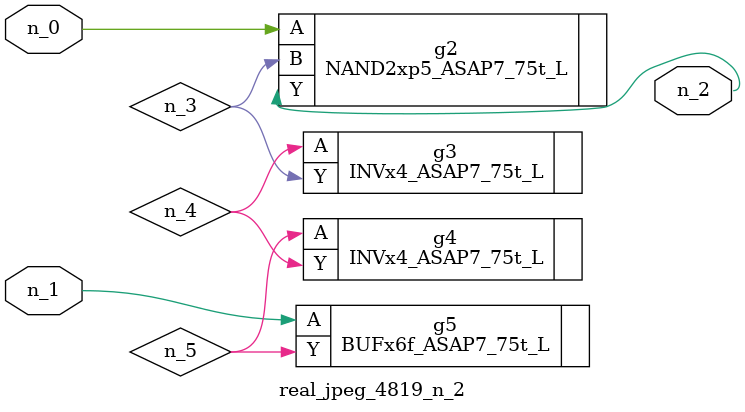
<source format=v>
module real_jpeg_4819_n_2 (n_1, n_0, n_2);

input n_1;
input n_0;

output n_2;

wire n_5;
wire n_4;
wire n_3;

NAND2xp5_ASAP7_75t_L g2 ( 
.A(n_0),
.B(n_3),
.Y(n_2)
);

BUFx6f_ASAP7_75t_L g5 ( 
.A(n_1),
.Y(n_5)
);

INVx4_ASAP7_75t_L g3 ( 
.A(n_4),
.Y(n_3)
);

INVx4_ASAP7_75t_L g4 ( 
.A(n_5),
.Y(n_4)
);


endmodule
</source>
